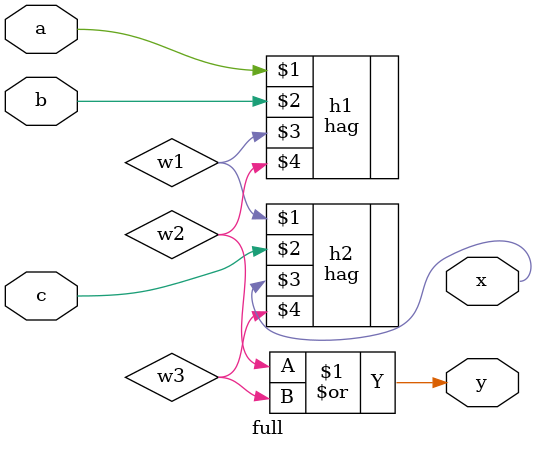
<source format=v>
module full(a,b,c,x,y);
input a,b,c;
output x,y;
wire w1,w2,w3;
hag h1(a,b,w1,w2);
hag h2(w1,c,x,w3);
or r1(y,w2,w3);
endmodule

</source>
